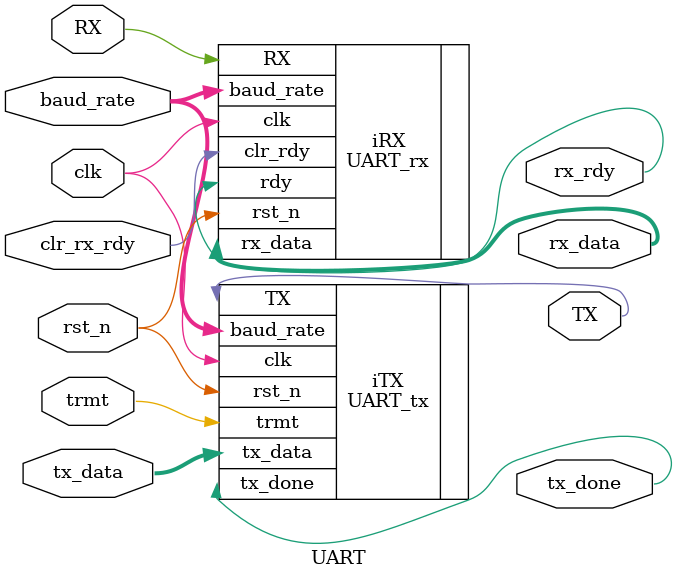
<source format=sv>
module UART(clk,rst_n,RX,TX,rx_rdy,clr_rx_rdy,rx_data,trmt,tx_data,tx_done,baud_rate);

input clk,rst_n;		// clock and active low reset
input RX,trmt;		// strt_tx tells TX section to transmit tx_data
input clr_rx_rdy;		// rx_rdy can be cleared by this or new start bit
input [7:0] tx_data;		// byte to transmit
input [15:0] baud_rate;		//baud rate
output TX,rx_rdy,tx_done;	// rx_rdy asserted when byte received,
							// tx_done asserted when tranmission complete
output [7:0] rx_data;		// byte received

//////////////////////////////
// Instantiate Transmitter //
////////////////////////////
UART_tx iTX(.clk(clk), .rst_n(rst_n), .TX(TX), .trmt(trmt),
        .tx_data(tx_data), .tx_done(tx_done), .baud_rate(baud_rate));
		

///////////////////////////
// Instantiate Receiver //
/////////////////////////
UART_rx iRX(.clk(clk), .rst_n(rst_n), .RX(RX), .rdy(rx_rdy),
            .clr_rdy(clr_rx_rdy), .rx_data(rx_data), .baud_rate(baud_rate));

endmodule

</source>
